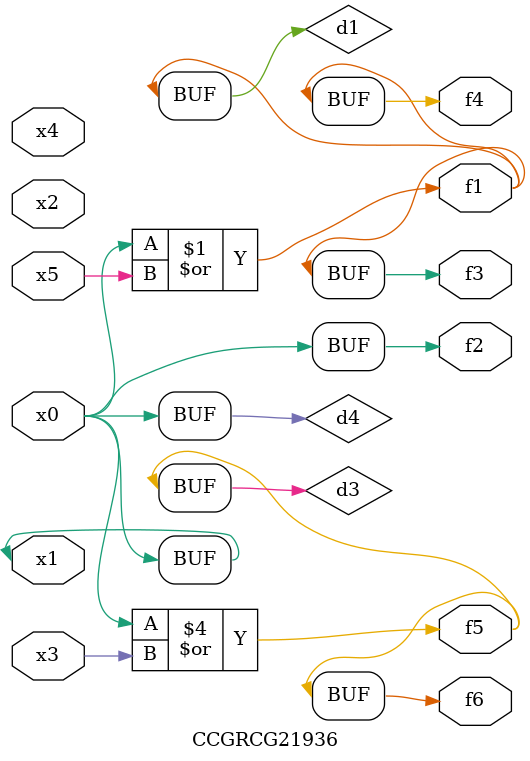
<source format=v>
module CCGRCG21936(
	input x0, x1, x2, x3, x4, x5,
	output f1, f2, f3, f4, f5, f6
);

	wire d1, d2, d3, d4;

	or (d1, x0, x5);
	xnor (d2, x1, x4);
	or (d3, x0, x3);
	buf (d4, x0, x1);
	assign f1 = d1;
	assign f2 = d4;
	assign f3 = d1;
	assign f4 = d1;
	assign f5 = d3;
	assign f6 = d3;
endmodule

</source>
